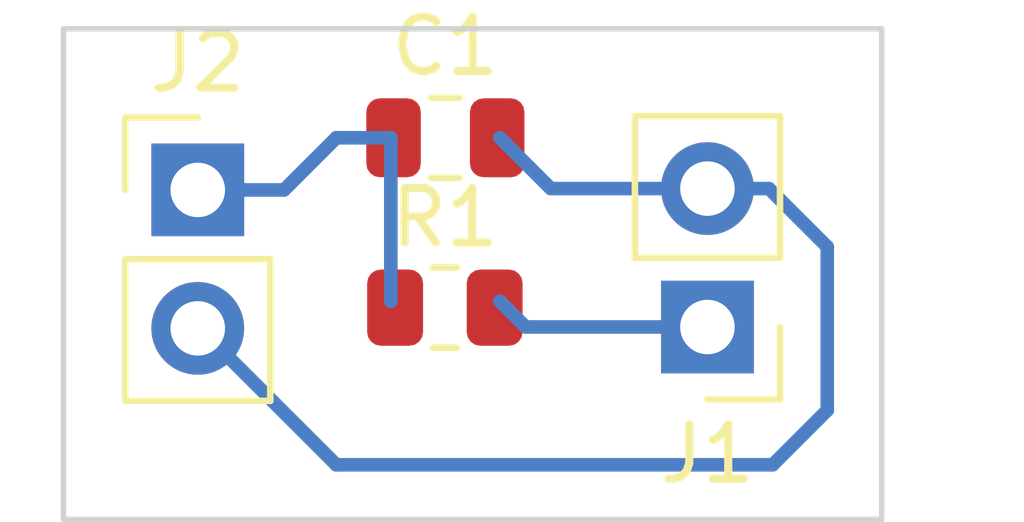
<source format=kicad_pcb>
(kicad_pcb (version 20171130) (host pcbnew 5.1.9+dfsg1-1)

  (general
    (thickness 1.6)
    (drawings 4)
    (tracks 15)
    (zones 0)
    (modules 4)
    (nets 4)
  )

  (page A4)
  (layers
    (0 F.Cu signal)
    (31 B.Cu signal)
    (32 B.Adhes user)
    (33 F.Adhes user)
    (34 B.Paste user)
    (35 F.Paste user)
    (36 B.SilkS user)
    (37 F.SilkS user)
    (38 B.Mask user)
    (39 F.Mask user)
    (40 Dwgs.User user)
    (41 Cmts.User user)
    (42 Eco1.User user)
    (43 Eco2.User user)
    (44 Edge.Cuts user)
    (45 Margin user)
    (46 B.CrtYd user)
    (47 F.CrtYd user)
    (48 B.Fab user)
    (49 F.Fab user)
  )

  (setup
    (last_trace_width 0.25)
    (trace_clearance 0.2)
    (zone_clearance 0.508)
    (zone_45_only no)
    (trace_min 0.2)
    (via_size 0.8)
    (via_drill 0.4)
    (via_min_size 0.4)
    (via_min_drill 0.3)
    (uvia_size 0.3)
    (uvia_drill 0.1)
    (uvias_allowed no)
    (uvia_min_size 0.2)
    (uvia_min_drill 0.1)
    (edge_width 0.1)
    (segment_width 0.2)
    (pcb_text_width 0.3)
    (pcb_text_size 1.5 1.5)
    (mod_edge_width 0.15)
    (mod_text_size 1 1)
    (mod_text_width 0.15)
    (pad_size 1.524 1.524)
    (pad_drill 0.762)
    (pad_to_mask_clearance 0)
    (aux_axis_origin 0 0)
    (visible_elements FFFFFF7F)
    (pcbplotparams
      (layerselection 0x010fc_ffffffff)
      (usegerberextensions false)
      (usegerberattributes true)
      (usegerberadvancedattributes true)
      (creategerberjobfile true)
      (excludeedgelayer true)
      (linewidth 0.100000)
      (plotframeref false)
      (viasonmask false)
      (mode 1)
      (useauxorigin false)
      (hpglpennumber 1)
      (hpglpenspeed 20)
      (hpglpendiameter 15.000000)
      (psnegative false)
      (psa4output false)
      (plotreference true)
      (plotvalue true)
      (plotinvisibletext false)
      (padsonsilk false)
      (subtractmaskfromsilk false)
      (outputformat 1)
      (mirror false)
      (drillshape 1)
      (scaleselection 1)
      (outputdirectory ""))
  )

  (net 0 "")
  (net 1 "Net-(C1-Pad2)")
  (net 2 "Net-(C1-Pad1)")
  (net 3 "Net-(J1-Pad1)")

  (net_class Default "Esta es la clase de red por defecto."
    (clearance 0.2)
    (trace_width 0.25)
    (via_dia 0.8)
    (via_drill 0.4)
    (uvia_dia 0.3)
    (uvia_drill 0.1)
    (add_net "Net-(C1-Pad1)")
    (add_net "Net-(C1-Pad2)")
    (add_net "Net-(J1-Pad1)")
  )

  (module Resistor_SMD:R_0805_2012Metric (layer F.Cu) (tedit 5F68FEEE) (tstamp 619BCC07)
    (at 137.9909 96.11672)
    (descr "Resistor SMD 0805 (2012 Metric), square (rectangular) end terminal, IPC_7351 nominal, (Body size source: IPC-SM-782 page 72, https://www.pcb-3d.com/wordpress/wp-content/uploads/ipc-sm-782a_amendment_1_and_2.pdf), generated with kicad-footprint-generator")
    (tags resistor)
    (path /5F10F746)
    (attr smd)
    (fp_text reference R1 (at 0 -1.65) (layer F.SilkS)
      (effects (font (size 1 1) (thickness 0.15)))
    )
    (fp_text value 1k (at 0 1.65) (layer F.Fab)
      (effects (font (size 1 1) (thickness 0.15)))
    )
    (fp_line (start 1.68 0.95) (end -1.68 0.95) (layer F.CrtYd) (width 0.05))
    (fp_line (start 1.68 -0.95) (end 1.68 0.95) (layer F.CrtYd) (width 0.05))
    (fp_line (start -1.68 -0.95) (end 1.68 -0.95) (layer F.CrtYd) (width 0.05))
    (fp_line (start -1.68 0.95) (end -1.68 -0.95) (layer F.CrtYd) (width 0.05))
    (fp_line (start -0.227064 0.735) (end 0.227064 0.735) (layer F.SilkS) (width 0.12))
    (fp_line (start -0.227064 -0.735) (end 0.227064 -0.735) (layer F.SilkS) (width 0.12))
    (fp_line (start 1 0.625) (end -1 0.625) (layer F.Fab) (width 0.1))
    (fp_line (start 1 -0.625) (end 1 0.625) (layer F.Fab) (width 0.1))
    (fp_line (start -1 -0.625) (end 1 -0.625) (layer F.Fab) (width 0.1))
    (fp_line (start -1 0.625) (end -1 -0.625) (layer F.Fab) (width 0.1))
    (fp_text user %R (at 0 0) (layer F.Fab)
      (effects (font (size 0.5 0.5) (thickness 0.08)))
    )
    (pad 1 smd roundrect (at -0.9125 0) (size 1.025 1.4) (layers F.Cu F.Paste F.Mask) (roundrect_rratio 0.243902)
      (net 2 "Net-(C1-Pad1)"))
    (pad 2 smd roundrect (at 0.9125 0) (size 1.025 1.4) (layers F.Cu F.Paste F.Mask) (roundrect_rratio 0.243902)
      (net 3 "Net-(J1-Pad1)"))
    (model ${KISYS3DMOD}/Resistor_SMD.3dshapes/R_0805_2012Metric.wrl
      (at (xyz 0 0 0))
      (scale (xyz 1 1 1))
      (rotate (xyz 0 0 0))
    )
  )

  (module Connector_PinHeader_2.54mm:PinHeader_1x02_P2.54mm_Vertical (layer F.Cu) (tedit 59FED5CC) (tstamp 619BCBF6)
    (at 133.4609 93.95672)
    (descr "Through hole straight pin header, 1x02, 2.54mm pitch, single row")
    (tags "Through hole pin header THT 1x02 2.54mm single row")
    (path /5F10E81F)
    (fp_text reference J2 (at 0 -2.33) (layer F.SilkS)
      (effects (font (size 1 1) (thickness 0.15)))
    )
    (fp_text value "Molex KK" (at 0 4.87) (layer F.Fab)
      (effects (font (size 1 1) (thickness 0.15)))
    )
    (fp_line (start 1.8 -1.8) (end -1.8 -1.8) (layer F.CrtYd) (width 0.05))
    (fp_line (start 1.8 4.35) (end 1.8 -1.8) (layer F.CrtYd) (width 0.05))
    (fp_line (start -1.8 4.35) (end 1.8 4.35) (layer F.CrtYd) (width 0.05))
    (fp_line (start -1.8 -1.8) (end -1.8 4.35) (layer F.CrtYd) (width 0.05))
    (fp_line (start -1.33 -1.33) (end 0 -1.33) (layer F.SilkS) (width 0.12))
    (fp_line (start -1.33 0) (end -1.33 -1.33) (layer F.SilkS) (width 0.12))
    (fp_line (start -1.33 1.27) (end 1.33 1.27) (layer F.SilkS) (width 0.12))
    (fp_line (start 1.33 1.27) (end 1.33 3.87) (layer F.SilkS) (width 0.12))
    (fp_line (start -1.33 1.27) (end -1.33 3.87) (layer F.SilkS) (width 0.12))
    (fp_line (start -1.33 3.87) (end 1.33 3.87) (layer F.SilkS) (width 0.12))
    (fp_line (start -1.27 -0.635) (end -0.635 -1.27) (layer F.Fab) (width 0.1))
    (fp_line (start -1.27 3.81) (end -1.27 -0.635) (layer F.Fab) (width 0.1))
    (fp_line (start 1.27 3.81) (end -1.27 3.81) (layer F.Fab) (width 0.1))
    (fp_line (start 1.27 -1.27) (end 1.27 3.81) (layer F.Fab) (width 0.1))
    (fp_line (start -0.635 -1.27) (end 1.27 -1.27) (layer F.Fab) (width 0.1))
    (fp_text user %R (at 0 1.27 90) (layer F.Fab)
      (effects (font (size 1 1) (thickness 0.15)))
    )
    (pad 1 thru_hole rect (at 0 0) (size 1.7 1.7) (drill 1) (layers *.Cu *.Mask)
      (net 2 "Net-(C1-Pad1)"))
    (pad 2 thru_hole oval (at 0 2.54) (size 1.7 1.7) (drill 1) (layers *.Cu *.Mask)
      (net 1 "Net-(C1-Pad2)"))
    (model ${KISYS3DMOD}/Connector_PinHeader_2.54mm.3dshapes/PinHeader_1x02_P2.54mm_Vertical.wrl
      (at (xyz 0 0 0))
      (scale (xyz 1 1 1))
      (rotate (xyz 0 0 0))
    )
  )

  (module Connector_PinHeader_2.54mm:PinHeader_1x02_P2.54mm_Vertical (layer F.Cu) (tedit 59FED5CC) (tstamp 619BCCDC)
    (at 142.80388 96.47174 180)
    (descr "Through hole straight pin header, 1x02, 2.54mm pitch, single row")
    (tags "Through hole pin header THT 1x02 2.54mm single row")
    (path /5F10E435)
    (fp_text reference J1 (at 0 -2.33) (layer F.SilkS)
      (effects (font (size 1 1) (thickness 0.15)))
    )
    (fp_text value "Molex KK ñoño" (at 0 4.87) (layer F.Fab)
      (effects (font (size 1 1) (thickness 0.15)))
    )
    (fp_line (start 1.8 -1.8) (end -1.8 -1.8) (layer F.CrtYd) (width 0.05))
    (fp_line (start 1.8 4.35) (end 1.8 -1.8) (layer F.CrtYd) (width 0.05))
    (fp_line (start -1.8 4.35) (end 1.8 4.35) (layer F.CrtYd) (width 0.05))
    (fp_line (start -1.8 -1.8) (end -1.8 4.35) (layer F.CrtYd) (width 0.05))
    (fp_line (start -1.33 -1.33) (end 0 -1.33) (layer F.SilkS) (width 0.12))
    (fp_line (start -1.33 0) (end -1.33 -1.33) (layer F.SilkS) (width 0.12))
    (fp_line (start -1.33 1.27) (end 1.33 1.27) (layer F.SilkS) (width 0.12))
    (fp_line (start 1.33 1.27) (end 1.33 3.87) (layer F.SilkS) (width 0.12))
    (fp_line (start -1.33 1.27) (end -1.33 3.87) (layer F.SilkS) (width 0.12))
    (fp_line (start -1.33 3.87) (end 1.33 3.87) (layer F.SilkS) (width 0.12))
    (fp_line (start -1.27 -0.635) (end -0.635 -1.27) (layer F.Fab) (width 0.1))
    (fp_line (start -1.27 3.81) (end -1.27 -0.635) (layer F.Fab) (width 0.1))
    (fp_line (start 1.27 3.81) (end -1.27 3.81) (layer F.Fab) (width 0.1))
    (fp_line (start 1.27 -1.27) (end 1.27 3.81) (layer F.Fab) (width 0.1))
    (fp_line (start -0.635 -1.27) (end 1.27 -1.27) (layer F.Fab) (width 0.1))
    (fp_text user %R (at 0 1.27 90) (layer F.Fab)
      (effects (font (size 1 1) (thickness 0.15)))
    )
    (pad 1 thru_hole rect (at 0 0 180) (size 1.7 1.7) (drill 1) (layers *.Cu *.Mask)
      (net 3 "Net-(J1-Pad1)"))
    (pad 2 thru_hole oval (at 0 2.54 180) (size 1.7 1.7) (drill 1) (layers *.Cu *.Mask)
      (net 1 "Net-(C1-Pad2)"))
    (model ${KISYS3DMOD}/Connector_PinHeader_2.54mm.3dshapes/PinHeader_1x02_P2.54mm_Vertical.wrl
      (at (xyz 0 0 0))
      (scale (xyz 1 1 1))
      (rotate (xyz 0 0 0))
    )
  )

  (module Capacitor_SMD:C_0805_2012Metric (layer F.Cu) (tedit 5F68FEEE) (tstamp 619BCBCA)
    (at 138 93)
    (descr "Capacitor SMD 0805 (2012 Metric), square (rectangular) end terminal, IPC_7351 nominal, (Body size source: IPC-SM-782 page 76, https://www.pcb-3d.com/wordpress/wp-content/uploads/ipc-sm-782a_amendment_1_and_2.pdf, https://docs.google.com/spreadsheets/d/1BsfQQcO9C6DZCsRaXUlFlo91Tg2WpOkGARC1WS5S8t0/edit?usp=sharing), generated with kicad-footprint-generator")
    (tags capacitor)
    (path /5F10F92F)
    (attr smd)
    (fp_text reference C1 (at 0 -1.68) (layer F.SilkS)
      (effects (font (size 1 1) (thickness 0.15)))
    )
    (fp_text value 1nF (at 0 1.68) (layer F.Fab)
      (effects (font (size 1 1) (thickness 0.15)))
    )
    (fp_line (start 1.7 0.98) (end -1.7 0.98) (layer F.CrtYd) (width 0.05))
    (fp_line (start 1.7 -0.98) (end 1.7 0.98) (layer F.CrtYd) (width 0.05))
    (fp_line (start -1.7 -0.98) (end 1.7 -0.98) (layer F.CrtYd) (width 0.05))
    (fp_line (start -1.7 0.98) (end -1.7 -0.98) (layer F.CrtYd) (width 0.05))
    (fp_line (start -0.261252 0.735) (end 0.261252 0.735) (layer F.SilkS) (width 0.12))
    (fp_line (start -0.261252 -0.735) (end 0.261252 -0.735) (layer F.SilkS) (width 0.12))
    (fp_line (start 1 0.625) (end -1 0.625) (layer F.Fab) (width 0.1))
    (fp_line (start 1 -0.625) (end 1 0.625) (layer F.Fab) (width 0.1))
    (fp_line (start -1 -0.625) (end 1 -0.625) (layer F.Fab) (width 0.1))
    (fp_line (start -1 0.625) (end -1 -0.625) (layer F.Fab) (width 0.1))
    (fp_text user %R (at 0 0) (layer F.Fab)
      (effects (font (size 0.5 0.5) (thickness 0.08)))
    )
    (pad 1 smd roundrect (at -0.95 0) (size 1 1.45) (layers F.Cu F.Paste F.Mask) (roundrect_rratio 0.25)
      (net 2 "Net-(C1-Pad1)"))
    (pad 2 smd roundrect (at 0.95 0) (size 1 1.45) (layers F.Cu F.Paste F.Mask) (roundrect_rratio 0.25)
      (net 1 "Net-(C1-Pad2)"))
    (model ${KISYS3DMOD}/Capacitor_SMD.3dshapes/C_0805_2012Metric.wrl
      (at (xyz 0 0 0))
      (scale (xyz 1 1 1))
      (rotate (xyz 0 0 0))
    )
  )

  (gr_line (start 131 100) (end 131 91) (layer Edge.Cuts) (width 0.1) (tstamp 619BCF98))
  (gr_line (start 146 100) (end 131 100) (layer Edge.Cuts) (width 0.1))
  (gr_line (start 146 91) (end 146 100) (layer Edge.Cuts) (width 0.1))
  (gr_line (start 131 91) (end 146 91) (layer Edge.Cuts) (width 0.1))

  (segment (start 133.4609 96.49672) (end 133.49672 96.49672) (width 0.25) (layer B.Cu) (net 1))
  (segment (start 133.49672 96.49672) (end 136 99) (width 0.25) (layer B.Cu) (net 1))
  (segment (start 136 99) (end 144 99) (width 0.25) (layer B.Cu) (net 1))
  (segment (start 144 99) (end 145 98) (width 0.25) (layer B.Cu) (net 1))
  (segment (start 145 98) (end 145 95) (width 0.25) (layer B.Cu) (net 1))
  (segment (start 143.93174 93.93174) (end 142.80388 93.93174) (width 0.25) (layer B.Cu) (net 1))
  (segment (start 145 95) (end 143.93174 93.93174) (width 0.25) (layer B.Cu) (net 1))
  (segment (start 142.80388 93.93174) (end 139.93174 93.93174) (width 0.25) (layer B.Cu) (net 1))
  (segment (start 139.93174 93.93174) (end 139 93) (width 0.25) (layer B.Cu) (net 1))
  (segment (start 133.4609 93.95672) (end 135.04328 93.95672) (width 0.25) (layer B.Cu) (net 2))
  (segment (start 135.04328 93.95672) (end 136 93) (width 0.25) (layer B.Cu) (net 2))
  (segment (start 136 93) (end 137 93) (width 0.25) (layer B.Cu) (net 2))
  (segment (start 137 93) (end 137 96) (width 0.25) (layer B.Cu) (net 2))
  (segment (start 142.80388 96.47174) (end 139.47174 96.47174) (width 0.25) (layer B.Cu) (net 3))
  (segment (start 139.47174 96.47174) (end 139 96) (width 0.25) (layer B.Cu) (net 3))

)

</source>
